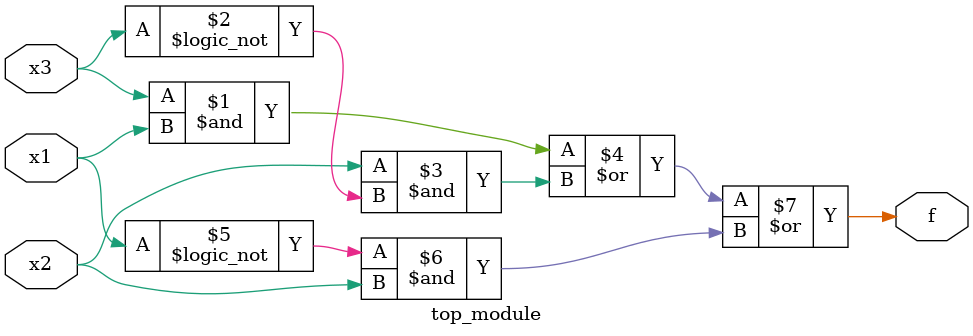
<source format=sv>
module top_module (
	input x3,
	input x2,
	input x1,
	output f
);


assign f = (x3 & x1) | (x2 & !x3) | (!x1 & x2);


endmodule

</source>
